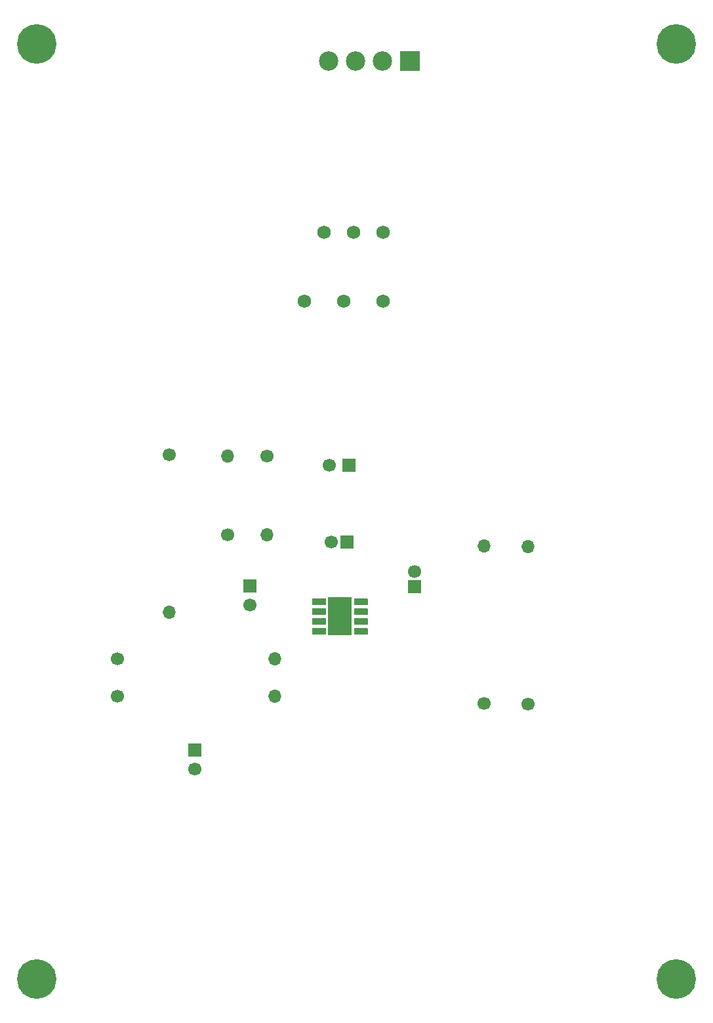
<source format=gbr>
%TF.GenerationSoftware,KiCad,Pcbnew,(5.1.6)-1*%
%TF.CreationDate,2020-11-12T12:18:02-07:00*%
%TF.ProjectId,OPA454_SmallSig_Amp,4f504134-3534-45f5-936d-616c6c536967,rev?*%
%TF.SameCoordinates,Original*%
%TF.FileFunction,Soldermask,Top*%
%TF.FilePolarity,Negative*%
%FSLAX46Y46*%
G04 Gerber Fmt 4.6, Leading zero omitted, Abs format (unit mm)*
G04 Created by KiCad (PCBNEW (5.1.6)-1) date 2020-11-12 12:18:02*
%MOMM*%
%LPD*%
G01*
G04 APERTURE LIST*
%ADD10C,0.010000*%
%ADD11C,5.100000*%
%ADD12O,1.700000X1.700000*%
%ADD13C,1.700000*%
%ADD14C,1.750000*%
%ADD15C,2.500000*%
%ADD16R,2.500000X2.500000*%
%ADD17R,1.700000X1.700000*%
%ADD18C,0.400000*%
%ADD19R,3.050000X5.000000*%
G04 APERTURE END LIST*
D10*
%TO.C,U1*%
G36*
X97439000Y-109766000D02*
G01*
X100149000Y-109766000D01*
X100149000Y-113166000D01*
X97439000Y-113166000D01*
X97439000Y-109766000D01*
G37*
X97439000Y-109766000D02*
X100149000Y-109766000D01*
X100149000Y-113166000D01*
X97439000Y-113166000D01*
X97439000Y-109766000D01*
G36*
X96889000Y-109931000D02*
G01*
X95299000Y-109931000D01*
X95296383Y-109930931D01*
X95293774Y-109930726D01*
X95291178Y-109930384D01*
X95288604Y-109929907D01*
X95286059Y-109929296D01*
X95283549Y-109928553D01*
X95281082Y-109927679D01*
X95278663Y-109926677D01*
X95276300Y-109925550D01*
X95274000Y-109924301D01*
X95271768Y-109922934D01*
X95269611Y-109921451D01*
X95267534Y-109919857D01*
X95265543Y-109918157D01*
X95263645Y-109916355D01*
X95261843Y-109914457D01*
X95260143Y-109912466D01*
X95258549Y-109910389D01*
X95257066Y-109908232D01*
X95255699Y-109906000D01*
X95254450Y-109903700D01*
X95253323Y-109901337D01*
X95252321Y-109898918D01*
X95251447Y-109896451D01*
X95250704Y-109893941D01*
X95250093Y-109891396D01*
X95249616Y-109888822D01*
X95249274Y-109886226D01*
X95249069Y-109883617D01*
X95249000Y-109881000D01*
X95249000Y-109241000D01*
X95249069Y-109238383D01*
X95249274Y-109235774D01*
X95249616Y-109233178D01*
X95250093Y-109230604D01*
X95250704Y-109228059D01*
X95251447Y-109225549D01*
X95252321Y-109223082D01*
X95253323Y-109220663D01*
X95254450Y-109218300D01*
X95255699Y-109216000D01*
X95257066Y-109213768D01*
X95258549Y-109211611D01*
X95260143Y-109209534D01*
X95261843Y-109207543D01*
X95263645Y-109205645D01*
X95265543Y-109203843D01*
X95267534Y-109202143D01*
X95269611Y-109200549D01*
X95271768Y-109199066D01*
X95274000Y-109197699D01*
X95276300Y-109196450D01*
X95278663Y-109195323D01*
X95281082Y-109194321D01*
X95283549Y-109193447D01*
X95286059Y-109192704D01*
X95288604Y-109192093D01*
X95291178Y-109191616D01*
X95293774Y-109191274D01*
X95296383Y-109191069D01*
X95299000Y-109191000D01*
X96889000Y-109191000D01*
X96891617Y-109191069D01*
X96894226Y-109191274D01*
X96896822Y-109191616D01*
X96899396Y-109192093D01*
X96901941Y-109192704D01*
X96904451Y-109193447D01*
X96906918Y-109194321D01*
X96909337Y-109195323D01*
X96911700Y-109196450D01*
X96914000Y-109197699D01*
X96916232Y-109199066D01*
X96918389Y-109200549D01*
X96920466Y-109202143D01*
X96922457Y-109203843D01*
X96924355Y-109205645D01*
X96926157Y-109207543D01*
X96927857Y-109209534D01*
X96929451Y-109211611D01*
X96930934Y-109213768D01*
X96932301Y-109216000D01*
X96933550Y-109218300D01*
X96934677Y-109220663D01*
X96935679Y-109223082D01*
X96936553Y-109225549D01*
X96937296Y-109228059D01*
X96937907Y-109230604D01*
X96938384Y-109233178D01*
X96938726Y-109235774D01*
X96938931Y-109238383D01*
X96939000Y-109241000D01*
X96939000Y-109881000D01*
X96938931Y-109883617D01*
X96938726Y-109886226D01*
X96938384Y-109888822D01*
X96937907Y-109891396D01*
X96937296Y-109893941D01*
X96936553Y-109896451D01*
X96935679Y-109898918D01*
X96934677Y-109901337D01*
X96933550Y-109903700D01*
X96932301Y-109906000D01*
X96930934Y-109908232D01*
X96929451Y-109910389D01*
X96927857Y-109912466D01*
X96926157Y-109914457D01*
X96924355Y-109916355D01*
X96922457Y-109918157D01*
X96920466Y-109919857D01*
X96918389Y-109921451D01*
X96916232Y-109922934D01*
X96914000Y-109924301D01*
X96911700Y-109925550D01*
X96909337Y-109926677D01*
X96906918Y-109927679D01*
X96904451Y-109928553D01*
X96901941Y-109929296D01*
X96899396Y-109929907D01*
X96896822Y-109930384D01*
X96894226Y-109930726D01*
X96891617Y-109930931D01*
X96889000Y-109931000D01*
G37*
X96889000Y-109931000D02*
X95299000Y-109931000D01*
X95296383Y-109930931D01*
X95293774Y-109930726D01*
X95291178Y-109930384D01*
X95288604Y-109929907D01*
X95286059Y-109929296D01*
X95283549Y-109928553D01*
X95281082Y-109927679D01*
X95278663Y-109926677D01*
X95276300Y-109925550D01*
X95274000Y-109924301D01*
X95271768Y-109922934D01*
X95269611Y-109921451D01*
X95267534Y-109919857D01*
X95265543Y-109918157D01*
X95263645Y-109916355D01*
X95261843Y-109914457D01*
X95260143Y-109912466D01*
X95258549Y-109910389D01*
X95257066Y-109908232D01*
X95255699Y-109906000D01*
X95254450Y-109903700D01*
X95253323Y-109901337D01*
X95252321Y-109898918D01*
X95251447Y-109896451D01*
X95250704Y-109893941D01*
X95250093Y-109891396D01*
X95249616Y-109888822D01*
X95249274Y-109886226D01*
X95249069Y-109883617D01*
X95249000Y-109881000D01*
X95249000Y-109241000D01*
X95249069Y-109238383D01*
X95249274Y-109235774D01*
X95249616Y-109233178D01*
X95250093Y-109230604D01*
X95250704Y-109228059D01*
X95251447Y-109225549D01*
X95252321Y-109223082D01*
X95253323Y-109220663D01*
X95254450Y-109218300D01*
X95255699Y-109216000D01*
X95257066Y-109213768D01*
X95258549Y-109211611D01*
X95260143Y-109209534D01*
X95261843Y-109207543D01*
X95263645Y-109205645D01*
X95265543Y-109203843D01*
X95267534Y-109202143D01*
X95269611Y-109200549D01*
X95271768Y-109199066D01*
X95274000Y-109197699D01*
X95276300Y-109196450D01*
X95278663Y-109195323D01*
X95281082Y-109194321D01*
X95283549Y-109193447D01*
X95286059Y-109192704D01*
X95288604Y-109192093D01*
X95291178Y-109191616D01*
X95293774Y-109191274D01*
X95296383Y-109191069D01*
X95299000Y-109191000D01*
X96889000Y-109191000D01*
X96891617Y-109191069D01*
X96894226Y-109191274D01*
X96896822Y-109191616D01*
X96899396Y-109192093D01*
X96901941Y-109192704D01*
X96904451Y-109193447D01*
X96906918Y-109194321D01*
X96909337Y-109195323D01*
X96911700Y-109196450D01*
X96914000Y-109197699D01*
X96916232Y-109199066D01*
X96918389Y-109200549D01*
X96920466Y-109202143D01*
X96922457Y-109203843D01*
X96924355Y-109205645D01*
X96926157Y-109207543D01*
X96927857Y-109209534D01*
X96929451Y-109211611D01*
X96930934Y-109213768D01*
X96932301Y-109216000D01*
X96933550Y-109218300D01*
X96934677Y-109220663D01*
X96935679Y-109223082D01*
X96936553Y-109225549D01*
X96937296Y-109228059D01*
X96937907Y-109230604D01*
X96938384Y-109233178D01*
X96938726Y-109235774D01*
X96938931Y-109238383D01*
X96939000Y-109241000D01*
X96939000Y-109881000D01*
X96938931Y-109883617D01*
X96938726Y-109886226D01*
X96938384Y-109888822D01*
X96937907Y-109891396D01*
X96937296Y-109893941D01*
X96936553Y-109896451D01*
X96935679Y-109898918D01*
X96934677Y-109901337D01*
X96933550Y-109903700D01*
X96932301Y-109906000D01*
X96930934Y-109908232D01*
X96929451Y-109910389D01*
X96927857Y-109912466D01*
X96926157Y-109914457D01*
X96924355Y-109916355D01*
X96922457Y-109918157D01*
X96920466Y-109919857D01*
X96918389Y-109921451D01*
X96916232Y-109922934D01*
X96914000Y-109924301D01*
X96911700Y-109925550D01*
X96909337Y-109926677D01*
X96906918Y-109927679D01*
X96904451Y-109928553D01*
X96901941Y-109929296D01*
X96899396Y-109929907D01*
X96896822Y-109930384D01*
X96894226Y-109930726D01*
X96891617Y-109930931D01*
X96889000Y-109931000D01*
G36*
X96889000Y-111201000D02*
G01*
X95299000Y-111201000D01*
X95296383Y-111200931D01*
X95293774Y-111200726D01*
X95291178Y-111200384D01*
X95288604Y-111199907D01*
X95286059Y-111199296D01*
X95283549Y-111198553D01*
X95281082Y-111197679D01*
X95278663Y-111196677D01*
X95276300Y-111195550D01*
X95274000Y-111194301D01*
X95271768Y-111192934D01*
X95269611Y-111191451D01*
X95267534Y-111189857D01*
X95265543Y-111188157D01*
X95263645Y-111186355D01*
X95261843Y-111184457D01*
X95260143Y-111182466D01*
X95258549Y-111180389D01*
X95257066Y-111178232D01*
X95255699Y-111176000D01*
X95254450Y-111173700D01*
X95253323Y-111171337D01*
X95252321Y-111168918D01*
X95251447Y-111166451D01*
X95250704Y-111163941D01*
X95250093Y-111161396D01*
X95249616Y-111158822D01*
X95249274Y-111156226D01*
X95249069Y-111153617D01*
X95249000Y-111151000D01*
X95249000Y-110511000D01*
X95249069Y-110508383D01*
X95249274Y-110505774D01*
X95249616Y-110503178D01*
X95250093Y-110500604D01*
X95250704Y-110498059D01*
X95251447Y-110495549D01*
X95252321Y-110493082D01*
X95253323Y-110490663D01*
X95254450Y-110488300D01*
X95255699Y-110486000D01*
X95257066Y-110483768D01*
X95258549Y-110481611D01*
X95260143Y-110479534D01*
X95261843Y-110477543D01*
X95263645Y-110475645D01*
X95265543Y-110473843D01*
X95267534Y-110472143D01*
X95269611Y-110470549D01*
X95271768Y-110469066D01*
X95274000Y-110467699D01*
X95276300Y-110466450D01*
X95278663Y-110465323D01*
X95281082Y-110464321D01*
X95283549Y-110463447D01*
X95286059Y-110462704D01*
X95288604Y-110462093D01*
X95291178Y-110461616D01*
X95293774Y-110461274D01*
X95296383Y-110461069D01*
X95299000Y-110461000D01*
X96889000Y-110461000D01*
X96891617Y-110461069D01*
X96894226Y-110461274D01*
X96896822Y-110461616D01*
X96899396Y-110462093D01*
X96901941Y-110462704D01*
X96904451Y-110463447D01*
X96906918Y-110464321D01*
X96909337Y-110465323D01*
X96911700Y-110466450D01*
X96914000Y-110467699D01*
X96916232Y-110469066D01*
X96918389Y-110470549D01*
X96920466Y-110472143D01*
X96922457Y-110473843D01*
X96924355Y-110475645D01*
X96926157Y-110477543D01*
X96927857Y-110479534D01*
X96929451Y-110481611D01*
X96930934Y-110483768D01*
X96932301Y-110486000D01*
X96933550Y-110488300D01*
X96934677Y-110490663D01*
X96935679Y-110493082D01*
X96936553Y-110495549D01*
X96937296Y-110498059D01*
X96937907Y-110500604D01*
X96938384Y-110503178D01*
X96938726Y-110505774D01*
X96938931Y-110508383D01*
X96939000Y-110511000D01*
X96939000Y-111151000D01*
X96938931Y-111153617D01*
X96938726Y-111156226D01*
X96938384Y-111158822D01*
X96937907Y-111161396D01*
X96937296Y-111163941D01*
X96936553Y-111166451D01*
X96935679Y-111168918D01*
X96934677Y-111171337D01*
X96933550Y-111173700D01*
X96932301Y-111176000D01*
X96930934Y-111178232D01*
X96929451Y-111180389D01*
X96927857Y-111182466D01*
X96926157Y-111184457D01*
X96924355Y-111186355D01*
X96922457Y-111188157D01*
X96920466Y-111189857D01*
X96918389Y-111191451D01*
X96916232Y-111192934D01*
X96914000Y-111194301D01*
X96911700Y-111195550D01*
X96909337Y-111196677D01*
X96906918Y-111197679D01*
X96904451Y-111198553D01*
X96901941Y-111199296D01*
X96899396Y-111199907D01*
X96896822Y-111200384D01*
X96894226Y-111200726D01*
X96891617Y-111200931D01*
X96889000Y-111201000D01*
G37*
X96889000Y-111201000D02*
X95299000Y-111201000D01*
X95296383Y-111200931D01*
X95293774Y-111200726D01*
X95291178Y-111200384D01*
X95288604Y-111199907D01*
X95286059Y-111199296D01*
X95283549Y-111198553D01*
X95281082Y-111197679D01*
X95278663Y-111196677D01*
X95276300Y-111195550D01*
X95274000Y-111194301D01*
X95271768Y-111192934D01*
X95269611Y-111191451D01*
X95267534Y-111189857D01*
X95265543Y-111188157D01*
X95263645Y-111186355D01*
X95261843Y-111184457D01*
X95260143Y-111182466D01*
X95258549Y-111180389D01*
X95257066Y-111178232D01*
X95255699Y-111176000D01*
X95254450Y-111173700D01*
X95253323Y-111171337D01*
X95252321Y-111168918D01*
X95251447Y-111166451D01*
X95250704Y-111163941D01*
X95250093Y-111161396D01*
X95249616Y-111158822D01*
X95249274Y-111156226D01*
X95249069Y-111153617D01*
X95249000Y-111151000D01*
X95249000Y-110511000D01*
X95249069Y-110508383D01*
X95249274Y-110505774D01*
X95249616Y-110503178D01*
X95250093Y-110500604D01*
X95250704Y-110498059D01*
X95251447Y-110495549D01*
X95252321Y-110493082D01*
X95253323Y-110490663D01*
X95254450Y-110488300D01*
X95255699Y-110486000D01*
X95257066Y-110483768D01*
X95258549Y-110481611D01*
X95260143Y-110479534D01*
X95261843Y-110477543D01*
X95263645Y-110475645D01*
X95265543Y-110473843D01*
X95267534Y-110472143D01*
X95269611Y-110470549D01*
X95271768Y-110469066D01*
X95274000Y-110467699D01*
X95276300Y-110466450D01*
X95278663Y-110465323D01*
X95281082Y-110464321D01*
X95283549Y-110463447D01*
X95286059Y-110462704D01*
X95288604Y-110462093D01*
X95291178Y-110461616D01*
X95293774Y-110461274D01*
X95296383Y-110461069D01*
X95299000Y-110461000D01*
X96889000Y-110461000D01*
X96891617Y-110461069D01*
X96894226Y-110461274D01*
X96896822Y-110461616D01*
X96899396Y-110462093D01*
X96901941Y-110462704D01*
X96904451Y-110463447D01*
X96906918Y-110464321D01*
X96909337Y-110465323D01*
X96911700Y-110466450D01*
X96914000Y-110467699D01*
X96916232Y-110469066D01*
X96918389Y-110470549D01*
X96920466Y-110472143D01*
X96922457Y-110473843D01*
X96924355Y-110475645D01*
X96926157Y-110477543D01*
X96927857Y-110479534D01*
X96929451Y-110481611D01*
X96930934Y-110483768D01*
X96932301Y-110486000D01*
X96933550Y-110488300D01*
X96934677Y-110490663D01*
X96935679Y-110493082D01*
X96936553Y-110495549D01*
X96937296Y-110498059D01*
X96937907Y-110500604D01*
X96938384Y-110503178D01*
X96938726Y-110505774D01*
X96938931Y-110508383D01*
X96939000Y-110511000D01*
X96939000Y-111151000D01*
X96938931Y-111153617D01*
X96938726Y-111156226D01*
X96938384Y-111158822D01*
X96937907Y-111161396D01*
X96937296Y-111163941D01*
X96936553Y-111166451D01*
X96935679Y-111168918D01*
X96934677Y-111171337D01*
X96933550Y-111173700D01*
X96932301Y-111176000D01*
X96930934Y-111178232D01*
X96929451Y-111180389D01*
X96927857Y-111182466D01*
X96926157Y-111184457D01*
X96924355Y-111186355D01*
X96922457Y-111188157D01*
X96920466Y-111189857D01*
X96918389Y-111191451D01*
X96916232Y-111192934D01*
X96914000Y-111194301D01*
X96911700Y-111195550D01*
X96909337Y-111196677D01*
X96906918Y-111197679D01*
X96904451Y-111198553D01*
X96901941Y-111199296D01*
X96899396Y-111199907D01*
X96896822Y-111200384D01*
X96894226Y-111200726D01*
X96891617Y-111200931D01*
X96889000Y-111201000D01*
G36*
X96889000Y-112471000D02*
G01*
X95299000Y-112471000D01*
X95296383Y-112470931D01*
X95293774Y-112470726D01*
X95291178Y-112470384D01*
X95288604Y-112469907D01*
X95286059Y-112469296D01*
X95283549Y-112468553D01*
X95281082Y-112467679D01*
X95278663Y-112466677D01*
X95276300Y-112465550D01*
X95274000Y-112464301D01*
X95271768Y-112462934D01*
X95269611Y-112461451D01*
X95267534Y-112459857D01*
X95265543Y-112458157D01*
X95263645Y-112456355D01*
X95261843Y-112454457D01*
X95260143Y-112452466D01*
X95258549Y-112450389D01*
X95257066Y-112448232D01*
X95255699Y-112446000D01*
X95254450Y-112443700D01*
X95253323Y-112441337D01*
X95252321Y-112438918D01*
X95251447Y-112436451D01*
X95250704Y-112433941D01*
X95250093Y-112431396D01*
X95249616Y-112428822D01*
X95249274Y-112426226D01*
X95249069Y-112423617D01*
X95249000Y-112421000D01*
X95249000Y-111781000D01*
X95249069Y-111778383D01*
X95249274Y-111775774D01*
X95249616Y-111773178D01*
X95250093Y-111770604D01*
X95250704Y-111768059D01*
X95251447Y-111765549D01*
X95252321Y-111763082D01*
X95253323Y-111760663D01*
X95254450Y-111758300D01*
X95255699Y-111756000D01*
X95257066Y-111753768D01*
X95258549Y-111751611D01*
X95260143Y-111749534D01*
X95261843Y-111747543D01*
X95263645Y-111745645D01*
X95265543Y-111743843D01*
X95267534Y-111742143D01*
X95269611Y-111740549D01*
X95271768Y-111739066D01*
X95274000Y-111737699D01*
X95276300Y-111736450D01*
X95278663Y-111735323D01*
X95281082Y-111734321D01*
X95283549Y-111733447D01*
X95286059Y-111732704D01*
X95288604Y-111732093D01*
X95291178Y-111731616D01*
X95293774Y-111731274D01*
X95296383Y-111731069D01*
X95299000Y-111731000D01*
X96889000Y-111731000D01*
X96891617Y-111731069D01*
X96894226Y-111731274D01*
X96896822Y-111731616D01*
X96899396Y-111732093D01*
X96901941Y-111732704D01*
X96904451Y-111733447D01*
X96906918Y-111734321D01*
X96909337Y-111735323D01*
X96911700Y-111736450D01*
X96914000Y-111737699D01*
X96916232Y-111739066D01*
X96918389Y-111740549D01*
X96920466Y-111742143D01*
X96922457Y-111743843D01*
X96924355Y-111745645D01*
X96926157Y-111747543D01*
X96927857Y-111749534D01*
X96929451Y-111751611D01*
X96930934Y-111753768D01*
X96932301Y-111756000D01*
X96933550Y-111758300D01*
X96934677Y-111760663D01*
X96935679Y-111763082D01*
X96936553Y-111765549D01*
X96937296Y-111768059D01*
X96937907Y-111770604D01*
X96938384Y-111773178D01*
X96938726Y-111775774D01*
X96938931Y-111778383D01*
X96939000Y-111781000D01*
X96939000Y-112421000D01*
X96938931Y-112423617D01*
X96938726Y-112426226D01*
X96938384Y-112428822D01*
X96937907Y-112431396D01*
X96937296Y-112433941D01*
X96936553Y-112436451D01*
X96935679Y-112438918D01*
X96934677Y-112441337D01*
X96933550Y-112443700D01*
X96932301Y-112446000D01*
X96930934Y-112448232D01*
X96929451Y-112450389D01*
X96927857Y-112452466D01*
X96926157Y-112454457D01*
X96924355Y-112456355D01*
X96922457Y-112458157D01*
X96920466Y-112459857D01*
X96918389Y-112461451D01*
X96916232Y-112462934D01*
X96914000Y-112464301D01*
X96911700Y-112465550D01*
X96909337Y-112466677D01*
X96906918Y-112467679D01*
X96904451Y-112468553D01*
X96901941Y-112469296D01*
X96899396Y-112469907D01*
X96896822Y-112470384D01*
X96894226Y-112470726D01*
X96891617Y-112470931D01*
X96889000Y-112471000D01*
G37*
X96889000Y-112471000D02*
X95299000Y-112471000D01*
X95296383Y-112470931D01*
X95293774Y-112470726D01*
X95291178Y-112470384D01*
X95288604Y-112469907D01*
X95286059Y-112469296D01*
X95283549Y-112468553D01*
X95281082Y-112467679D01*
X95278663Y-112466677D01*
X95276300Y-112465550D01*
X95274000Y-112464301D01*
X95271768Y-112462934D01*
X95269611Y-112461451D01*
X95267534Y-112459857D01*
X95265543Y-112458157D01*
X95263645Y-112456355D01*
X95261843Y-112454457D01*
X95260143Y-112452466D01*
X95258549Y-112450389D01*
X95257066Y-112448232D01*
X95255699Y-112446000D01*
X95254450Y-112443700D01*
X95253323Y-112441337D01*
X95252321Y-112438918D01*
X95251447Y-112436451D01*
X95250704Y-112433941D01*
X95250093Y-112431396D01*
X95249616Y-112428822D01*
X95249274Y-112426226D01*
X95249069Y-112423617D01*
X95249000Y-112421000D01*
X95249000Y-111781000D01*
X95249069Y-111778383D01*
X95249274Y-111775774D01*
X95249616Y-111773178D01*
X95250093Y-111770604D01*
X95250704Y-111768059D01*
X95251447Y-111765549D01*
X95252321Y-111763082D01*
X95253323Y-111760663D01*
X95254450Y-111758300D01*
X95255699Y-111756000D01*
X95257066Y-111753768D01*
X95258549Y-111751611D01*
X95260143Y-111749534D01*
X95261843Y-111747543D01*
X95263645Y-111745645D01*
X95265543Y-111743843D01*
X95267534Y-111742143D01*
X95269611Y-111740549D01*
X95271768Y-111739066D01*
X95274000Y-111737699D01*
X95276300Y-111736450D01*
X95278663Y-111735323D01*
X95281082Y-111734321D01*
X95283549Y-111733447D01*
X95286059Y-111732704D01*
X95288604Y-111732093D01*
X95291178Y-111731616D01*
X95293774Y-111731274D01*
X95296383Y-111731069D01*
X95299000Y-111731000D01*
X96889000Y-111731000D01*
X96891617Y-111731069D01*
X96894226Y-111731274D01*
X96896822Y-111731616D01*
X96899396Y-111732093D01*
X96901941Y-111732704D01*
X96904451Y-111733447D01*
X96906918Y-111734321D01*
X96909337Y-111735323D01*
X96911700Y-111736450D01*
X96914000Y-111737699D01*
X96916232Y-111739066D01*
X96918389Y-111740549D01*
X96920466Y-111742143D01*
X96922457Y-111743843D01*
X96924355Y-111745645D01*
X96926157Y-111747543D01*
X96927857Y-111749534D01*
X96929451Y-111751611D01*
X96930934Y-111753768D01*
X96932301Y-111756000D01*
X96933550Y-111758300D01*
X96934677Y-111760663D01*
X96935679Y-111763082D01*
X96936553Y-111765549D01*
X96937296Y-111768059D01*
X96937907Y-111770604D01*
X96938384Y-111773178D01*
X96938726Y-111775774D01*
X96938931Y-111778383D01*
X96939000Y-111781000D01*
X96939000Y-112421000D01*
X96938931Y-112423617D01*
X96938726Y-112426226D01*
X96938384Y-112428822D01*
X96937907Y-112431396D01*
X96937296Y-112433941D01*
X96936553Y-112436451D01*
X96935679Y-112438918D01*
X96934677Y-112441337D01*
X96933550Y-112443700D01*
X96932301Y-112446000D01*
X96930934Y-112448232D01*
X96929451Y-112450389D01*
X96927857Y-112452466D01*
X96926157Y-112454457D01*
X96924355Y-112456355D01*
X96922457Y-112458157D01*
X96920466Y-112459857D01*
X96918389Y-112461451D01*
X96916232Y-112462934D01*
X96914000Y-112464301D01*
X96911700Y-112465550D01*
X96909337Y-112466677D01*
X96906918Y-112467679D01*
X96904451Y-112468553D01*
X96901941Y-112469296D01*
X96899396Y-112469907D01*
X96896822Y-112470384D01*
X96894226Y-112470726D01*
X96891617Y-112470931D01*
X96889000Y-112471000D01*
G36*
X96889000Y-113741000D02*
G01*
X95299000Y-113741000D01*
X95296383Y-113740931D01*
X95293774Y-113740726D01*
X95291178Y-113740384D01*
X95288604Y-113739907D01*
X95286059Y-113739296D01*
X95283549Y-113738553D01*
X95281082Y-113737679D01*
X95278663Y-113736677D01*
X95276300Y-113735550D01*
X95274000Y-113734301D01*
X95271768Y-113732934D01*
X95269611Y-113731451D01*
X95267534Y-113729857D01*
X95265543Y-113728157D01*
X95263645Y-113726355D01*
X95261843Y-113724457D01*
X95260143Y-113722466D01*
X95258549Y-113720389D01*
X95257066Y-113718232D01*
X95255699Y-113716000D01*
X95254450Y-113713700D01*
X95253323Y-113711337D01*
X95252321Y-113708918D01*
X95251447Y-113706451D01*
X95250704Y-113703941D01*
X95250093Y-113701396D01*
X95249616Y-113698822D01*
X95249274Y-113696226D01*
X95249069Y-113693617D01*
X95249000Y-113691000D01*
X95249000Y-113051000D01*
X95249069Y-113048383D01*
X95249274Y-113045774D01*
X95249616Y-113043178D01*
X95250093Y-113040604D01*
X95250704Y-113038059D01*
X95251447Y-113035549D01*
X95252321Y-113033082D01*
X95253323Y-113030663D01*
X95254450Y-113028300D01*
X95255699Y-113026000D01*
X95257066Y-113023768D01*
X95258549Y-113021611D01*
X95260143Y-113019534D01*
X95261843Y-113017543D01*
X95263645Y-113015645D01*
X95265543Y-113013843D01*
X95267534Y-113012143D01*
X95269611Y-113010549D01*
X95271768Y-113009066D01*
X95274000Y-113007699D01*
X95276300Y-113006450D01*
X95278663Y-113005323D01*
X95281082Y-113004321D01*
X95283549Y-113003447D01*
X95286059Y-113002704D01*
X95288604Y-113002093D01*
X95291178Y-113001616D01*
X95293774Y-113001274D01*
X95296383Y-113001069D01*
X95299000Y-113001000D01*
X96889000Y-113001000D01*
X96891617Y-113001069D01*
X96894226Y-113001274D01*
X96896822Y-113001616D01*
X96899396Y-113002093D01*
X96901941Y-113002704D01*
X96904451Y-113003447D01*
X96906918Y-113004321D01*
X96909337Y-113005323D01*
X96911700Y-113006450D01*
X96914000Y-113007699D01*
X96916232Y-113009066D01*
X96918389Y-113010549D01*
X96920466Y-113012143D01*
X96922457Y-113013843D01*
X96924355Y-113015645D01*
X96926157Y-113017543D01*
X96927857Y-113019534D01*
X96929451Y-113021611D01*
X96930934Y-113023768D01*
X96932301Y-113026000D01*
X96933550Y-113028300D01*
X96934677Y-113030663D01*
X96935679Y-113033082D01*
X96936553Y-113035549D01*
X96937296Y-113038059D01*
X96937907Y-113040604D01*
X96938384Y-113043178D01*
X96938726Y-113045774D01*
X96938931Y-113048383D01*
X96939000Y-113051000D01*
X96939000Y-113691000D01*
X96938931Y-113693617D01*
X96938726Y-113696226D01*
X96938384Y-113698822D01*
X96937907Y-113701396D01*
X96937296Y-113703941D01*
X96936553Y-113706451D01*
X96935679Y-113708918D01*
X96934677Y-113711337D01*
X96933550Y-113713700D01*
X96932301Y-113716000D01*
X96930934Y-113718232D01*
X96929451Y-113720389D01*
X96927857Y-113722466D01*
X96926157Y-113724457D01*
X96924355Y-113726355D01*
X96922457Y-113728157D01*
X96920466Y-113729857D01*
X96918389Y-113731451D01*
X96916232Y-113732934D01*
X96914000Y-113734301D01*
X96911700Y-113735550D01*
X96909337Y-113736677D01*
X96906918Y-113737679D01*
X96904451Y-113738553D01*
X96901941Y-113739296D01*
X96899396Y-113739907D01*
X96896822Y-113740384D01*
X96894226Y-113740726D01*
X96891617Y-113740931D01*
X96889000Y-113741000D01*
G37*
X96889000Y-113741000D02*
X95299000Y-113741000D01*
X95296383Y-113740931D01*
X95293774Y-113740726D01*
X95291178Y-113740384D01*
X95288604Y-113739907D01*
X95286059Y-113739296D01*
X95283549Y-113738553D01*
X95281082Y-113737679D01*
X95278663Y-113736677D01*
X95276300Y-113735550D01*
X95274000Y-113734301D01*
X95271768Y-113732934D01*
X95269611Y-113731451D01*
X95267534Y-113729857D01*
X95265543Y-113728157D01*
X95263645Y-113726355D01*
X95261843Y-113724457D01*
X95260143Y-113722466D01*
X95258549Y-113720389D01*
X95257066Y-113718232D01*
X95255699Y-113716000D01*
X95254450Y-113713700D01*
X95253323Y-113711337D01*
X95252321Y-113708918D01*
X95251447Y-113706451D01*
X95250704Y-113703941D01*
X95250093Y-113701396D01*
X95249616Y-113698822D01*
X95249274Y-113696226D01*
X95249069Y-113693617D01*
X95249000Y-113691000D01*
X95249000Y-113051000D01*
X95249069Y-113048383D01*
X95249274Y-113045774D01*
X95249616Y-113043178D01*
X95250093Y-113040604D01*
X95250704Y-113038059D01*
X95251447Y-113035549D01*
X95252321Y-113033082D01*
X95253323Y-113030663D01*
X95254450Y-113028300D01*
X95255699Y-113026000D01*
X95257066Y-113023768D01*
X95258549Y-113021611D01*
X95260143Y-113019534D01*
X95261843Y-113017543D01*
X95263645Y-113015645D01*
X95265543Y-113013843D01*
X95267534Y-113012143D01*
X95269611Y-113010549D01*
X95271768Y-113009066D01*
X95274000Y-113007699D01*
X95276300Y-113006450D01*
X95278663Y-113005323D01*
X95281082Y-113004321D01*
X95283549Y-113003447D01*
X95286059Y-113002704D01*
X95288604Y-113002093D01*
X95291178Y-113001616D01*
X95293774Y-113001274D01*
X95296383Y-113001069D01*
X95299000Y-113001000D01*
X96889000Y-113001000D01*
X96891617Y-113001069D01*
X96894226Y-113001274D01*
X96896822Y-113001616D01*
X96899396Y-113002093D01*
X96901941Y-113002704D01*
X96904451Y-113003447D01*
X96906918Y-113004321D01*
X96909337Y-113005323D01*
X96911700Y-113006450D01*
X96914000Y-113007699D01*
X96916232Y-113009066D01*
X96918389Y-113010549D01*
X96920466Y-113012143D01*
X96922457Y-113013843D01*
X96924355Y-113015645D01*
X96926157Y-113017543D01*
X96927857Y-113019534D01*
X96929451Y-113021611D01*
X96930934Y-113023768D01*
X96932301Y-113026000D01*
X96933550Y-113028300D01*
X96934677Y-113030663D01*
X96935679Y-113033082D01*
X96936553Y-113035549D01*
X96937296Y-113038059D01*
X96937907Y-113040604D01*
X96938384Y-113043178D01*
X96938726Y-113045774D01*
X96938931Y-113048383D01*
X96939000Y-113051000D01*
X96939000Y-113691000D01*
X96938931Y-113693617D01*
X96938726Y-113696226D01*
X96938384Y-113698822D01*
X96937907Y-113701396D01*
X96937296Y-113703941D01*
X96936553Y-113706451D01*
X96935679Y-113708918D01*
X96934677Y-113711337D01*
X96933550Y-113713700D01*
X96932301Y-113716000D01*
X96930934Y-113718232D01*
X96929451Y-113720389D01*
X96927857Y-113722466D01*
X96926157Y-113724457D01*
X96924355Y-113726355D01*
X96922457Y-113728157D01*
X96920466Y-113729857D01*
X96918389Y-113731451D01*
X96916232Y-113732934D01*
X96914000Y-113734301D01*
X96911700Y-113735550D01*
X96909337Y-113736677D01*
X96906918Y-113737679D01*
X96904451Y-113738553D01*
X96901941Y-113739296D01*
X96899396Y-113739907D01*
X96896822Y-113740384D01*
X96894226Y-113740726D01*
X96891617Y-113740931D01*
X96889000Y-113741000D01*
G36*
X102289000Y-109931000D02*
G01*
X100699000Y-109931000D01*
X100696383Y-109930931D01*
X100693774Y-109930726D01*
X100691178Y-109930384D01*
X100688604Y-109929907D01*
X100686059Y-109929296D01*
X100683549Y-109928553D01*
X100681082Y-109927679D01*
X100678663Y-109926677D01*
X100676300Y-109925550D01*
X100674000Y-109924301D01*
X100671768Y-109922934D01*
X100669611Y-109921451D01*
X100667534Y-109919857D01*
X100665543Y-109918157D01*
X100663645Y-109916355D01*
X100661843Y-109914457D01*
X100660143Y-109912466D01*
X100658549Y-109910389D01*
X100657066Y-109908232D01*
X100655699Y-109906000D01*
X100654450Y-109903700D01*
X100653323Y-109901337D01*
X100652321Y-109898918D01*
X100651447Y-109896451D01*
X100650704Y-109893941D01*
X100650093Y-109891396D01*
X100649616Y-109888822D01*
X100649274Y-109886226D01*
X100649069Y-109883617D01*
X100649000Y-109881000D01*
X100649000Y-109241000D01*
X100649069Y-109238383D01*
X100649274Y-109235774D01*
X100649616Y-109233178D01*
X100650093Y-109230604D01*
X100650704Y-109228059D01*
X100651447Y-109225549D01*
X100652321Y-109223082D01*
X100653323Y-109220663D01*
X100654450Y-109218300D01*
X100655699Y-109216000D01*
X100657066Y-109213768D01*
X100658549Y-109211611D01*
X100660143Y-109209534D01*
X100661843Y-109207543D01*
X100663645Y-109205645D01*
X100665543Y-109203843D01*
X100667534Y-109202143D01*
X100669611Y-109200549D01*
X100671768Y-109199066D01*
X100674000Y-109197699D01*
X100676300Y-109196450D01*
X100678663Y-109195323D01*
X100681082Y-109194321D01*
X100683549Y-109193447D01*
X100686059Y-109192704D01*
X100688604Y-109192093D01*
X100691178Y-109191616D01*
X100693774Y-109191274D01*
X100696383Y-109191069D01*
X100699000Y-109191000D01*
X102289000Y-109191000D01*
X102291617Y-109191069D01*
X102294226Y-109191274D01*
X102296822Y-109191616D01*
X102299396Y-109192093D01*
X102301941Y-109192704D01*
X102304451Y-109193447D01*
X102306918Y-109194321D01*
X102309337Y-109195323D01*
X102311700Y-109196450D01*
X102314000Y-109197699D01*
X102316232Y-109199066D01*
X102318389Y-109200549D01*
X102320466Y-109202143D01*
X102322457Y-109203843D01*
X102324355Y-109205645D01*
X102326157Y-109207543D01*
X102327857Y-109209534D01*
X102329451Y-109211611D01*
X102330934Y-109213768D01*
X102332301Y-109216000D01*
X102333550Y-109218300D01*
X102334677Y-109220663D01*
X102335679Y-109223082D01*
X102336553Y-109225549D01*
X102337296Y-109228059D01*
X102337907Y-109230604D01*
X102338384Y-109233178D01*
X102338726Y-109235774D01*
X102338931Y-109238383D01*
X102339000Y-109241000D01*
X102339000Y-109881000D01*
X102338931Y-109883617D01*
X102338726Y-109886226D01*
X102338384Y-109888822D01*
X102337907Y-109891396D01*
X102337296Y-109893941D01*
X102336553Y-109896451D01*
X102335679Y-109898918D01*
X102334677Y-109901337D01*
X102333550Y-109903700D01*
X102332301Y-109906000D01*
X102330934Y-109908232D01*
X102329451Y-109910389D01*
X102327857Y-109912466D01*
X102326157Y-109914457D01*
X102324355Y-109916355D01*
X102322457Y-109918157D01*
X102320466Y-109919857D01*
X102318389Y-109921451D01*
X102316232Y-109922934D01*
X102314000Y-109924301D01*
X102311700Y-109925550D01*
X102309337Y-109926677D01*
X102306918Y-109927679D01*
X102304451Y-109928553D01*
X102301941Y-109929296D01*
X102299396Y-109929907D01*
X102296822Y-109930384D01*
X102294226Y-109930726D01*
X102291617Y-109930931D01*
X102289000Y-109931000D01*
G37*
X102289000Y-109931000D02*
X100699000Y-109931000D01*
X100696383Y-109930931D01*
X100693774Y-109930726D01*
X100691178Y-109930384D01*
X100688604Y-109929907D01*
X100686059Y-109929296D01*
X100683549Y-109928553D01*
X100681082Y-109927679D01*
X100678663Y-109926677D01*
X100676300Y-109925550D01*
X100674000Y-109924301D01*
X100671768Y-109922934D01*
X100669611Y-109921451D01*
X100667534Y-109919857D01*
X100665543Y-109918157D01*
X100663645Y-109916355D01*
X100661843Y-109914457D01*
X100660143Y-109912466D01*
X100658549Y-109910389D01*
X100657066Y-109908232D01*
X100655699Y-109906000D01*
X100654450Y-109903700D01*
X100653323Y-109901337D01*
X100652321Y-109898918D01*
X100651447Y-109896451D01*
X100650704Y-109893941D01*
X100650093Y-109891396D01*
X100649616Y-109888822D01*
X100649274Y-109886226D01*
X100649069Y-109883617D01*
X100649000Y-109881000D01*
X100649000Y-109241000D01*
X100649069Y-109238383D01*
X100649274Y-109235774D01*
X100649616Y-109233178D01*
X100650093Y-109230604D01*
X100650704Y-109228059D01*
X100651447Y-109225549D01*
X100652321Y-109223082D01*
X100653323Y-109220663D01*
X100654450Y-109218300D01*
X100655699Y-109216000D01*
X100657066Y-109213768D01*
X100658549Y-109211611D01*
X100660143Y-109209534D01*
X100661843Y-109207543D01*
X100663645Y-109205645D01*
X100665543Y-109203843D01*
X100667534Y-109202143D01*
X100669611Y-109200549D01*
X100671768Y-109199066D01*
X100674000Y-109197699D01*
X100676300Y-109196450D01*
X100678663Y-109195323D01*
X100681082Y-109194321D01*
X100683549Y-109193447D01*
X100686059Y-109192704D01*
X100688604Y-109192093D01*
X100691178Y-109191616D01*
X100693774Y-109191274D01*
X100696383Y-109191069D01*
X100699000Y-109191000D01*
X102289000Y-109191000D01*
X102291617Y-109191069D01*
X102294226Y-109191274D01*
X102296822Y-109191616D01*
X102299396Y-109192093D01*
X102301941Y-109192704D01*
X102304451Y-109193447D01*
X102306918Y-109194321D01*
X102309337Y-109195323D01*
X102311700Y-109196450D01*
X102314000Y-109197699D01*
X102316232Y-109199066D01*
X102318389Y-109200549D01*
X102320466Y-109202143D01*
X102322457Y-109203843D01*
X102324355Y-109205645D01*
X102326157Y-109207543D01*
X102327857Y-109209534D01*
X102329451Y-109211611D01*
X102330934Y-109213768D01*
X102332301Y-109216000D01*
X102333550Y-109218300D01*
X102334677Y-109220663D01*
X102335679Y-109223082D01*
X102336553Y-109225549D01*
X102337296Y-109228059D01*
X102337907Y-109230604D01*
X102338384Y-109233178D01*
X102338726Y-109235774D01*
X102338931Y-109238383D01*
X102339000Y-109241000D01*
X102339000Y-109881000D01*
X102338931Y-109883617D01*
X102338726Y-109886226D01*
X102338384Y-109888822D01*
X102337907Y-109891396D01*
X102337296Y-109893941D01*
X102336553Y-109896451D01*
X102335679Y-109898918D01*
X102334677Y-109901337D01*
X102333550Y-109903700D01*
X102332301Y-109906000D01*
X102330934Y-109908232D01*
X102329451Y-109910389D01*
X102327857Y-109912466D01*
X102326157Y-109914457D01*
X102324355Y-109916355D01*
X102322457Y-109918157D01*
X102320466Y-109919857D01*
X102318389Y-109921451D01*
X102316232Y-109922934D01*
X102314000Y-109924301D01*
X102311700Y-109925550D01*
X102309337Y-109926677D01*
X102306918Y-109927679D01*
X102304451Y-109928553D01*
X102301941Y-109929296D01*
X102299396Y-109929907D01*
X102296822Y-109930384D01*
X102294226Y-109930726D01*
X102291617Y-109930931D01*
X102289000Y-109931000D01*
G36*
X102289000Y-111201000D02*
G01*
X100699000Y-111201000D01*
X100696383Y-111200931D01*
X100693774Y-111200726D01*
X100691178Y-111200384D01*
X100688604Y-111199907D01*
X100686059Y-111199296D01*
X100683549Y-111198553D01*
X100681082Y-111197679D01*
X100678663Y-111196677D01*
X100676300Y-111195550D01*
X100674000Y-111194301D01*
X100671768Y-111192934D01*
X100669611Y-111191451D01*
X100667534Y-111189857D01*
X100665543Y-111188157D01*
X100663645Y-111186355D01*
X100661843Y-111184457D01*
X100660143Y-111182466D01*
X100658549Y-111180389D01*
X100657066Y-111178232D01*
X100655699Y-111176000D01*
X100654450Y-111173700D01*
X100653323Y-111171337D01*
X100652321Y-111168918D01*
X100651447Y-111166451D01*
X100650704Y-111163941D01*
X100650093Y-111161396D01*
X100649616Y-111158822D01*
X100649274Y-111156226D01*
X100649069Y-111153617D01*
X100649000Y-111151000D01*
X100649000Y-110511000D01*
X100649069Y-110508383D01*
X100649274Y-110505774D01*
X100649616Y-110503178D01*
X100650093Y-110500604D01*
X100650704Y-110498059D01*
X100651447Y-110495549D01*
X100652321Y-110493082D01*
X100653323Y-110490663D01*
X100654450Y-110488300D01*
X100655699Y-110486000D01*
X100657066Y-110483768D01*
X100658549Y-110481611D01*
X100660143Y-110479534D01*
X100661843Y-110477543D01*
X100663645Y-110475645D01*
X100665543Y-110473843D01*
X100667534Y-110472143D01*
X100669611Y-110470549D01*
X100671768Y-110469066D01*
X100674000Y-110467699D01*
X100676300Y-110466450D01*
X100678663Y-110465323D01*
X100681082Y-110464321D01*
X100683549Y-110463447D01*
X100686059Y-110462704D01*
X100688604Y-110462093D01*
X100691178Y-110461616D01*
X100693774Y-110461274D01*
X100696383Y-110461069D01*
X100699000Y-110461000D01*
X102289000Y-110461000D01*
X102291617Y-110461069D01*
X102294226Y-110461274D01*
X102296822Y-110461616D01*
X102299396Y-110462093D01*
X102301941Y-110462704D01*
X102304451Y-110463447D01*
X102306918Y-110464321D01*
X102309337Y-110465323D01*
X102311700Y-110466450D01*
X102314000Y-110467699D01*
X102316232Y-110469066D01*
X102318389Y-110470549D01*
X102320466Y-110472143D01*
X102322457Y-110473843D01*
X102324355Y-110475645D01*
X102326157Y-110477543D01*
X102327857Y-110479534D01*
X102329451Y-110481611D01*
X102330934Y-110483768D01*
X102332301Y-110486000D01*
X102333550Y-110488300D01*
X102334677Y-110490663D01*
X102335679Y-110493082D01*
X102336553Y-110495549D01*
X102337296Y-110498059D01*
X102337907Y-110500604D01*
X102338384Y-110503178D01*
X102338726Y-110505774D01*
X102338931Y-110508383D01*
X102339000Y-110511000D01*
X102339000Y-111151000D01*
X102338931Y-111153617D01*
X102338726Y-111156226D01*
X102338384Y-111158822D01*
X102337907Y-111161396D01*
X102337296Y-111163941D01*
X102336553Y-111166451D01*
X102335679Y-111168918D01*
X102334677Y-111171337D01*
X102333550Y-111173700D01*
X102332301Y-111176000D01*
X102330934Y-111178232D01*
X102329451Y-111180389D01*
X102327857Y-111182466D01*
X102326157Y-111184457D01*
X102324355Y-111186355D01*
X102322457Y-111188157D01*
X102320466Y-111189857D01*
X102318389Y-111191451D01*
X102316232Y-111192934D01*
X102314000Y-111194301D01*
X102311700Y-111195550D01*
X102309337Y-111196677D01*
X102306918Y-111197679D01*
X102304451Y-111198553D01*
X102301941Y-111199296D01*
X102299396Y-111199907D01*
X102296822Y-111200384D01*
X102294226Y-111200726D01*
X102291617Y-111200931D01*
X102289000Y-111201000D01*
G37*
X102289000Y-111201000D02*
X100699000Y-111201000D01*
X100696383Y-111200931D01*
X100693774Y-111200726D01*
X100691178Y-111200384D01*
X100688604Y-111199907D01*
X100686059Y-111199296D01*
X100683549Y-111198553D01*
X100681082Y-111197679D01*
X100678663Y-111196677D01*
X100676300Y-111195550D01*
X100674000Y-111194301D01*
X100671768Y-111192934D01*
X100669611Y-111191451D01*
X100667534Y-111189857D01*
X100665543Y-111188157D01*
X100663645Y-111186355D01*
X100661843Y-111184457D01*
X100660143Y-111182466D01*
X100658549Y-111180389D01*
X100657066Y-111178232D01*
X100655699Y-111176000D01*
X100654450Y-111173700D01*
X100653323Y-111171337D01*
X100652321Y-111168918D01*
X100651447Y-111166451D01*
X100650704Y-111163941D01*
X100650093Y-111161396D01*
X100649616Y-111158822D01*
X100649274Y-111156226D01*
X100649069Y-111153617D01*
X100649000Y-111151000D01*
X100649000Y-110511000D01*
X100649069Y-110508383D01*
X100649274Y-110505774D01*
X100649616Y-110503178D01*
X100650093Y-110500604D01*
X100650704Y-110498059D01*
X100651447Y-110495549D01*
X100652321Y-110493082D01*
X100653323Y-110490663D01*
X100654450Y-110488300D01*
X100655699Y-110486000D01*
X100657066Y-110483768D01*
X100658549Y-110481611D01*
X100660143Y-110479534D01*
X100661843Y-110477543D01*
X100663645Y-110475645D01*
X100665543Y-110473843D01*
X100667534Y-110472143D01*
X100669611Y-110470549D01*
X100671768Y-110469066D01*
X100674000Y-110467699D01*
X100676300Y-110466450D01*
X100678663Y-110465323D01*
X100681082Y-110464321D01*
X100683549Y-110463447D01*
X100686059Y-110462704D01*
X100688604Y-110462093D01*
X100691178Y-110461616D01*
X100693774Y-110461274D01*
X100696383Y-110461069D01*
X100699000Y-110461000D01*
X102289000Y-110461000D01*
X102291617Y-110461069D01*
X102294226Y-110461274D01*
X102296822Y-110461616D01*
X102299396Y-110462093D01*
X102301941Y-110462704D01*
X102304451Y-110463447D01*
X102306918Y-110464321D01*
X102309337Y-110465323D01*
X102311700Y-110466450D01*
X102314000Y-110467699D01*
X102316232Y-110469066D01*
X102318389Y-110470549D01*
X102320466Y-110472143D01*
X102322457Y-110473843D01*
X102324355Y-110475645D01*
X102326157Y-110477543D01*
X102327857Y-110479534D01*
X102329451Y-110481611D01*
X102330934Y-110483768D01*
X102332301Y-110486000D01*
X102333550Y-110488300D01*
X102334677Y-110490663D01*
X102335679Y-110493082D01*
X102336553Y-110495549D01*
X102337296Y-110498059D01*
X102337907Y-110500604D01*
X102338384Y-110503178D01*
X102338726Y-110505774D01*
X102338931Y-110508383D01*
X102339000Y-110511000D01*
X102339000Y-111151000D01*
X102338931Y-111153617D01*
X102338726Y-111156226D01*
X102338384Y-111158822D01*
X102337907Y-111161396D01*
X102337296Y-111163941D01*
X102336553Y-111166451D01*
X102335679Y-111168918D01*
X102334677Y-111171337D01*
X102333550Y-111173700D01*
X102332301Y-111176000D01*
X102330934Y-111178232D01*
X102329451Y-111180389D01*
X102327857Y-111182466D01*
X102326157Y-111184457D01*
X102324355Y-111186355D01*
X102322457Y-111188157D01*
X102320466Y-111189857D01*
X102318389Y-111191451D01*
X102316232Y-111192934D01*
X102314000Y-111194301D01*
X102311700Y-111195550D01*
X102309337Y-111196677D01*
X102306918Y-111197679D01*
X102304451Y-111198553D01*
X102301941Y-111199296D01*
X102299396Y-111199907D01*
X102296822Y-111200384D01*
X102294226Y-111200726D01*
X102291617Y-111200931D01*
X102289000Y-111201000D01*
G36*
X102289000Y-112471000D02*
G01*
X100699000Y-112471000D01*
X100696383Y-112470931D01*
X100693774Y-112470726D01*
X100691178Y-112470384D01*
X100688604Y-112469907D01*
X100686059Y-112469296D01*
X100683549Y-112468553D01*
X100681082Y-112467679D01*
X100678663Y-112466677D01*
X100676300Y-112465550D01*
X100674000Y-112464301D01*
X100671768Y-112462934D01*
X100669611Y-112461451D01*
X100667534Y-112459857D01*
X100665543Y-112458157D01*
X100663645Y-112456355D01*
X100661843Y-112454457D01*
X100660143Y-112452466D01*
X100658549Y-112450389D01*
X100657066Y-112448232D01*
X100655699Y-112446000D01*
X100654450Y-112443700D01*
X100653323Y-112441337D01*
X100652321Y-112438918D01*
X100651447Y-112436451D01*
X100650704Y-112433941D01*
X100650093Y-112431396D01*
X100649616Y-112428822D01*
X100649274Y-112426226D01*
X100649069Y-112423617D01*
X100649000Y-112421000D01*
X100649000Y-111781000D01*
X100649069Y-111778383D01*
X100649274Y-111775774D01*
X100649616Y-111773178D01*
X100650093Y-111770604D01*
X100650704Y-111768059D01*
X100651447Y-111765549D01*
X100652321Y-111763082D01*
X100653323Y-111760663D01*
X100654450Y-111758300D01*
X100655699Y-111756000D01*
X100657066Y-111753768D01*
X100658549Y-111751611D01*
X100660143Y-111749534D01*
X100661843Y-111747543D01*
X100663645Y-111745645D01*
X100665543Y-111743843D01*
X100667534Y-111742143D01*
X100669611Y-111740549D01*
X100671768Y-111739066D01*
X100674000Y-111737699D01*
X100676300Y-111736450D01*
X100678663Y-111735323D01*
X100681082Y-111734321D01*
X100683549Y-111733447D01*
X100686059Y-111732704D01*
X100688604Y-111732093D01*
X100691178Y-111731616D01*
X100693774Y-111731274D01*
X100696383Y-111731069D01*
X100699000Y-111731000D01*
X102289000Y-111731000D01*
X102291617Y-111731069D01*
X102294226Y-111731274D01*
X102296822Y-111731616D01*
X102299396Y-111732093D01*
X102301941Y-111732704D01*
X102304451Y-111733447D01*
X102306918Y-111734321D01*
X102309337Y-111735323D01*
X102311700Y-111736450D01*
X102314000Y-111737699D01*
X102316232Y-111739066D01*
X102318389Y-111740549D01*
X102320466Y-111742143D01*
X102322457Y-111743843D01*
X102324355Y-111745645D01*
X102326157Y-111747543D01*
X102327857Y-111749534D01*
X102329451Y-111751611D01*
X102330934Y-111753768D01*
X102332301Y-111756000D01*
X102333550Y-111758300D01*
X102334677Y-111760663D01*
X102335679Y-111763082D01*
X102336553Y-111765549D01*
X102337296Y-111768059D01*
X102337907Y-111770604D01*
X102338384Y-111773178D01*
X102338726Y-111775774D01*
X102338931Y-111778383D01*
X102339000Y-111781000D01*
X102339000Y-112421000D01*
X102338931Y-112423617D01*
X102338726Y-112426226D01*
X102338384Y-112428822D01*
X102337907Y-112431396D01*
X102337296Y-112433941D01*
X102336553Y-112436451D01*
X102335679Y-112438918D01*
X102334677Y-112441337D01*
X102333550Y-112443700D01*
X102332301Y-112446000D01*
X102330934Y-112448232D01*
X102329451Y-112450389D01*
X102327857Y-112452466D01*
X102326157Y-112454457D01*
X102324355Y-112456355D01*
X102322457Y-112458157D01*
X102320466Y-112459857D01*
X102318389Y-112461451D01*
X102316232Y-112462934D01*
X102314000Y-112464301D01*
X102311700Y-112465550D01*
X102309337Y-112466677D01*
X102306918Y-112467679D01*
X102304451Y-112468553D01*
X102301941Y-112469296D01*
X102299396Y-112469907D01*
X102296822Y-112470384D01*
X102294226Y-112470726D01*
X102291617Y-112470931D01*
X102289000Y-112471000D01*
G37*
X102289000Y-112471000D02*
X100699000Y-112471000D01*
X100696383Y-112470931D01*
X100693774Y-112470726D01*
X100691178Y-112470384D01*
X100688604Y-112469907D01*
X100686059Y-112469296D01*
X100683549Y-112468553D01*
X100681082Y-112467679D01*
X100678663Y-112466677D01*
X100676300Y-112465550D01*
X100674000Y-112464301D01*
X100671768Y-112462934D01*
X100669611Y-112461451D01*
X100667534Y-112459857D01*
X100665543Y-112458157D01*
X100663645Y-112456355D01*
X100661843Y-112454457D01*
X100660143Y-112452466D01*
X100658549Y-112450389D01*
X100657066Y-112448232D01*
X100655699Y-112446000D01*
X100654450Y-112443700D01*
X100653323Y-112441337D01*
X100652321Y-112438918D01*
X100651447Y-112436451D01*
X100650704Y-112433941D01*
X100650093Y-112431396D01*
X100649616Y-112428822D01*
X100649274Y-112426226D01*
X100649069Y-112423617D01*
X100649000Y-112421000D01*
X100649000Y-111781000D01*
X100649069Y-111778383D01*
X100649274Y-111775774D01*
X100649616Y-111773178D01*
X100650093Y-111770604D01*
X100650704Y-111768059D01*
X100651447Y-111765549D01*
X100652321Y-111763082D01*
X100653323Y-111760663D01*
X100654450Y-111758300D01*
X100655699Y-111756000D01*
X100657066Y-111753768D01*
X100658549Y-111751611D01*
X100660143Y-111749534D01*
X100661843Y-111747543D01*
X100663645Y-111745645D01*
X100665543Y-111743843D01*
X100667534Y-111742143D01*
X100669611Y-111740549D01*
X100671768Y-111739066D01*
X100674000Y-111737699D01*
X100676300Y-111736450D01*
X100678663Y-111735323D01*
X100681082Y-111734321D01*
X100683549Y-111733447D01*
X100686059Y-111732704D01*
X100688604Y-111732093D01*
X100691178Y-111731616D01*
X100693774Y-111731274D01*
X100696383Y-111731069D01*
X100699000Y-111731000D01*
X102289000Y-111731000D01*
X102291617Y-111731069D01*
X102294226Y-111731274D01*
X102296822Y-111731616D01*
X102299396Y-111732093D01*
X102301941Y-111732704D01*
X102304451Y-111733447D01*
X102306918Y-111734321D01*
X102309337Y-111735323D01*
X102311700Y-111736450D01*
X102314000Y-111737699D01*
X102316232Y-111739066D01*
X102318389Y-111740549D01*
X102320466Y-111742143D01*
X102322457Y-111743843D01*
X102324355Y-111745645D01*
X102326157Y-111747543D01*
X102327857Y-111749534D01*
X102329451Y-111751611D01*
X102330934Y-111753768D01*
X102332301Y-111756000D01*
X102333550Y-111758300D01*
X102334677Y-111760663D01*
X102335679Y-111763082D01*
X102336553Y-111765549D01*
X102337296Y-111768059D01*
X102337907Y-111770604D01*
X102338384Y-111773178D01*
X102338726Y-111775774D01*
X102338931Y-111778383D01*
X102339000Y-111781000D01*
X102339000Y-112421000D01*
X102338931Y-112423617D01*
X102338726Y-112426226D01*
X102338384Y-112428822D01*
X102337907Y-112431396D01*
X102337296Y-112433941D01*
X102336553Y-112436451D01*
X102335679Y-112438918D01*
X102334677Y-112441337D01*
X102333550Y-112443700D01*
X102332301Y-112446000D01*
X102330934Y-112448232D01*
X102329451Y-112450389D01*
X102327857Y-112452466D01*
X102326157Y-112454457D01*
X102324355Y-112456355D01*
X102322457Y-112458157D01*
X102320466Y-112459857D01*
X102318389Y-112461451D01*
X102316232Y-112462934D01*
X102314000Y-112464301D01*
X102311700Y-112465550D01*
X102309337Y-112466677D01*
X102306918Y-112467679D01*
X102304451Y-112468553D01*
X102301941Y-112469296D01*
X102299396Y-112469907D01*
X102296822Y-112470384D01*
X102294226Y-112470726D01*
X102291617Y-112470931D01*
X102289000Y-112471000D01*
G36*
X102289000Y-113741000D02*
G01*
X100699000Y-113741000D01*
X100696383Y-113740931D01*
X100693774Y-113740726D01*
X100691178Y-113740384D01*
X100688604Y-113739907D01*
X100686059Y-113739296D01*
X100683549Y-113738553D01*
X100681082Y-113737679D01*
X100678663Y-113736677D01*
X100676300Y-113735550D01*
X100674000Y-113734301D01*
X100671768Y-113732934D01*
X100669611Y-113731451D01*
X100667534Y-113729857D01*
X100665543Y-113728157D01*
X100663645Y-113726355D01*
X100661843Y-113724457D01*
X100660143Y-113722466D01*
X100658549Y-113720389D01*
X100657066Y-113718232D01*
X100655699Y-113716000D01*
X100654450Y-113713700D01*
X100653323Y-113711337D01*
X100652321Y-113708918D01*
X100651447Y-113706451D01*
X100650704Y-113703941D01*
X100650093Y-113701396D01*
X100649616Y-113698822D01*
X100649274Y-113696226D01*
X100649069Y-113693617D01*
X100649000Y-113691000D01*
X100649000Y-113051000D01*
X100649069Y-113048383D01*
X100649274Y-113045774D01*
X100649616Y-113043178D01*
X100650093Y-113040604D01*
X100650704Y-113038059D01*
X100651447Y-113035549D01*
X100652321Y-113033082D01*
X100653323Y-113030663D01*
X100654450Y-113028300D01*
X100655699Y-113026000D01*
X100657066Y-113023768D01*
X100658549Y-113021611D01*
X100660143Y-113019534D01*
X100661843Y-113017543D01*
X100663645Y-113015645D01*
X100665543Y-113013843D01*
X100667534Y-113012143D01*
X100669611Y-113010549D01*
X100671768Y-113009066D01*
X100674000Y-113007699D01*
X100676300Y-113006450D01*
X100678663Y-113005323D01*
X100681082Y-113004321D01*
X100683549Y-113003447D01*
X100686059Y-113002704D01*
X100688604Y-113002093D01*
X100691178Y-113001616D01*
X100693774Y-113001274D01*
X100696383Y-113001069D01*
X100699000Y-113001000D01*
X102289000Y-113001000D01*
X102291617Y-113001069D01*
X102294226Y-113001274D01*
X102296822Y-113001616D01*
X102299396Y-113002093D01*
X102301941Y-113002704D01*
X102304451Y-113003447D01*
X102306918Y-113004321D01*
X102309337Y-113005323D01*
X102311700Y-113006450D01*
X102314000Y-113007699D01*
X102316232Y-113009066D01*
X102318389Y-113010549D01*
X102320466Y-113012143D01*
X102322457Y-113013843D01*
X102324355Y-113015645D01*
X102326157Y-113017543D01*
X102327857Y-113019534D01*
X102329451Y-113021611D01*
X102330934Y-113023768D01*
X102332301Y-113026000D01*
X102333550Y-113028300D01*
X102334677Y-113030663D01*
X102335679Y-113033082D01*
X102336553Y-113035549D01*
X102337296Y-113038059D01*
X102337907Y-113040604D01*
X102338384Y-113043178D01*
X102338726Y-113045774D01*
X102338931Y-113048383D01*
X102339000Y-113051000D01*
X102339000Y-113691000D01*
X102338931Y-113693617D01*
X102338726Y-113696226D01*
X102338384Y-113698822D01*
X102337907Y-113701396D01*
X102337296Y-113703941D01*
X102336553Y-113706451D01*
X102335679Y-113708918D01*
X102334677Y-113711337D01*
X102333550Y-113713700D01*
X102332301Y-113716000D01*
X102330934Y-113718232D01*
X102329451Y-113720389D01*
X102327857Y-113722466D01*
X102326157Y-113724457D01*
X102324355Y-113726355D01*
X102322457Y-113728157D01*
X102320466Y-113729857D01*
X102318389Y-113731451D01*
X102316232Y-113732934D01*
X102314000Y-113734301D01*
X102311700Y-113735550D01*
X102309337Y-113736677D01*
X102306918Y-113737679D01*
X102304451Y-113738553D01*
X102301941Y-113739296D01*
X102299396Y-113739907D01*
X102296822Y-113740384D01*
X102294226Y-113740726D01*
X102291617Y-113740931D01*
X102289000Y-113741000D01*
G37*
X102289000Y-113741000D02*
X100699000Y-113741000D01*
X100696383Y-113740931D01*
X100693774Y-113740726D01*
X100691178Y-113740384D01*
X100688604Y-113739907D01*
X100686059Y-113739296D01*
X100683549Y-113738553D01*
X100681082Y-113737679D01*
X100678663Y-113736677D01*
X100676300Y-113735550D01*
X100674000Y-113734301D01*
X100671768Y-113732934D01*
X100669611Y-113731451D01*
X100667534Y-113729857D01*
X100665543Y-113728157D01*
X100663645Y-113726355D01*
X100661843Y-113724457D01*
X100660143Y-113722466D01*
X100658549Y-113720389D01*
X100657066Y-113718232D01*
X100655699Y-113716000D01*
X100654450Y-113713700D01*
X100653323Y-113711337D01*
X100652321Y-113708918D01*
X100651447Y-113706451D01*
X100650704Y-113703941D01*
X100650093Y-113701396D01*
X100649616Y-113698822D01*
X100649274Y-113696226D01*
X100649069Y-113693617D01*
X100649000Y-113691000D01*
X100649000Y-113051000D01*
X100649069Y-113048383D01*
X100649274Y-113045774D01*
X100649616Y-113043178D01*
X100650093Y-113040604D01*
X100650704Y-113038059D01*
X100651447Y-113035549D01*
X100652321Y-113033082D01*
X100653323Y-113030663D01*
X100654450Y-113028300D01*
X100655699Y-113026000D01*
X100657066Y-113023768D01*
X100658549Y-113021611D01*
X100660143Y-113019534D01*
X100661843Y-113017543D01*
X100663645Y-113015645D01*
X100665543Y-113013843D01*
X100667534Y-113012143D01*
X100669611Y-113010549D01*
X100671768Y-113009066D01*
X100674000Y-113007699D01*
X100676300Y-113006450D01*
X100678663Y-113005323D01*
X100681082Y-113004321D01*
X100683549Y-113003447D01*
X100686059Y-113002704D01*
X100688604Y-113002093D01*
X100691178Y-113001616D01*
X100693774Y-113001274D01*
X100696383Y-113001069D01*
X100699000Y-113001000D01*
X102289000Y-113001000D01*
X102291617Y-113001069D01*
X102294226Y-113001274D01*
X102296822Y-113001616D01*
X102299396Y-113002093D01*
X102301941Y-113002704D01*
X102304451Y-113003447D01*
X102306918Y-113004321D01*
X102309337Y-113005323D01*
X102311700Y-113006450D01*
X102314000Y-113007699D01*
X102316232Y-113009066D01*
X102318389Y-113010549D01*
X102320466Y-113012143D01*
X102322457Y-113013843D01*
X102324355Y-113015645D01*
X102326157Y-113017543D01*
X102327857Y-113019534D01*
X102329451Y-113021611D01*
X102330934Y-113023768D01*
X102332301Y-113026000D01*
X102333550Y-113028300D01*
X102334677Y-113030663D01*
X102335679Y-113033082D01*
X102336553Y-113035549D01*
X102337296Y-113038059D01*
X102337907Y-113040604D01*
X102338384Y-113043178D01*
X102338726Y-113045774D01*
X102338931Y-113048383D01*
X102339000Y-113051000D01*
X102339000Y-113691000D01*
X102338931Y-113693617D01*
X102338726Y-113696226D01*
X102338384Y-113698822D01*
X102337907Y-113701396D01*
X102337296Y-113703941D01*
X102336553Y-113706451D01*
X102335679Y-113708918D01*
X102334677Y-113711337D01*
X102333550Y-113713700D01*
X102332301Y-113716000D01*
X102330934Y-113718232D01*
X102329451Y-113720389D01*
X102327857Y-113722466D01*
X102326157Y-113724457D01*
X102324355Y-113726355D01*
X102322457Y-113728157D01*
X102320466Y-113729857D01*
X102318389Y-113731451D01*
X102316232Y-113732934D01*
X102314000Y-113734301D01*
X102311700Y-113735550D01*
X102309337Y-113736677D01*
X102306918Y-113737679D01*
X102304451Y-113738553D01*
X102301941Y-113739296D01*
X102299396Y-113739907D01*
X102296822Y-113740384D01*
X102294226Y-113740726D01*
X102291617Y-113740931D01*
X102289000Y-113741000D01*
%TD*%
D11*
%TO.C,H4*%
X142250000Y-158250000D03*
%TD*%
%TO.C,H3*%
X142250000Y-37600000D03*
%TD*%
%TO.C,H2*%
X59700000Y-158250000D03*
%TD*%
%TO.C,H1*%
X59700000Y-37600000D03*
%TD*%
D12*
%TO.C,R3*%
X84316000Y-90765000D03*
D13*
X84316000Y-100925000D03*
%TD*%
D12*
%TO.C,R2*%
X89396000Y-100925000D03*
D13*
X89396000Y-90765000D03*
%TD*%
D14*
%TO.C,U2*%
X94285500Y-70826000D03*
X99365500Y-70826000D03*
X104445500Y-70826000D03*
X96825500Y-61936000D03*
X100635500Y-61936000D03*
X104445500Y-61936000D03*
%TD*%
D12*
%TO.C,R7*%
X117463000Y-102385500D03*
D13*
X117463000Y-122705500D03*
%TD*%
D12*
%TO.C,R6*%
X90475500Y-116990500D03*
D13*
X70155500Y-116990500D03*
%TD*%
D12*
%TO.C,R5*%
X90475500Y-121753000D03*
D13*
X70155500Y-121753000D03*
%TD*%
D12*
%TO.C,R4*%
X123114500Y-102449000D03*
D13*
X123114500Y-122769000D03*
%TD*%
D12*
%TO.C,R1*%
X76823000Y-110958000D03*
D13*
X76823000Y-90638000D03*
%TD*%
D15*
%TO.C,J1*%
X97350000Y-39800000D03*
X100850000Y-39800000D03*
X104350000Y-39800000D03*
D16*
X107850000Y-39800000D03*
%TD*%
D13*
%TO.C,C5*%
X108509500Y-105656000D03*
D17*
X108509500Y-107656000D03*
%TD*%
D13*
%TO.C,C4*%
X97725966Y-101869500D03*
D17*
X99725966Y-101869500D03*
%TD*%
D13*
%TO.C,C3*%
X97500500Y-91971500D03*
D17*
X100000500Y-91971500D03*
%TD*%
D13*
%TO.C,C2*%
X87237000Y-110029000D03*
D17*
X87237000Y-107529000D03*
%TD*%
D13*
%TO.C,C1*%
X80100000Y-131200000D03*
D17*
X80100000Y-128700000D03*
%TD*%
D18*
%TO.C,U1*%
X99444000Y-113416000D03*
X98144000Y-113416000D03*
X99444000Y-112116000D03*
X98144000Y-112116000D03*
X99444000Y-110816000D03*
X98144000Y-110816000D03*
X99444000Y-109516000D03*
X98144000Y-109516000D03*
D19*
X98794000Y-111466000D03*
%TD*%
M02*

</source>
